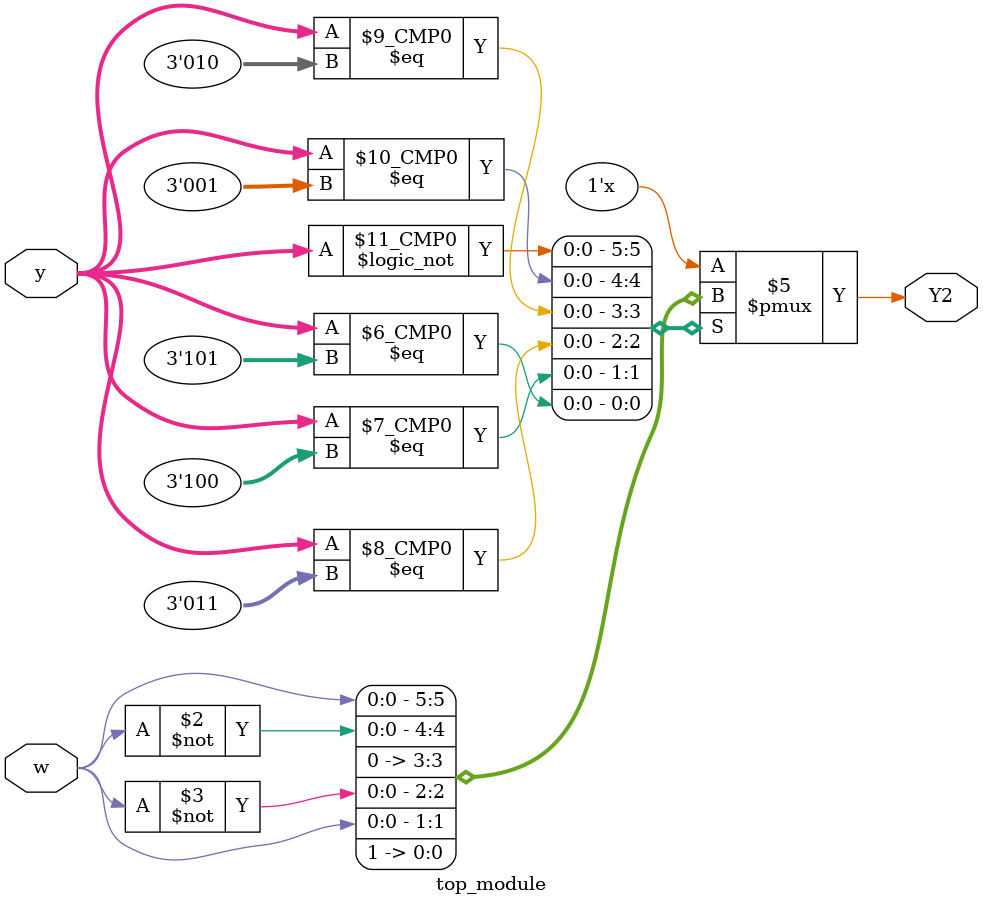
<source format=sv>
module top_module(
    input [3:1] y,
    input w,
    output reg Y2
);

always @(*) begin
    case (y)
        3'b000: Y2 = w;
        3'b001: Y2 = ~w;
        3'b010: Y2 = 1'b0;
        3'b011: Y2 = ~w;
        3'b100: Y2 = w;
        3'b101: Y2 = 1'b1;
        default: Y2 = 1'bx;
    endcase
end

endmodule

</source>
